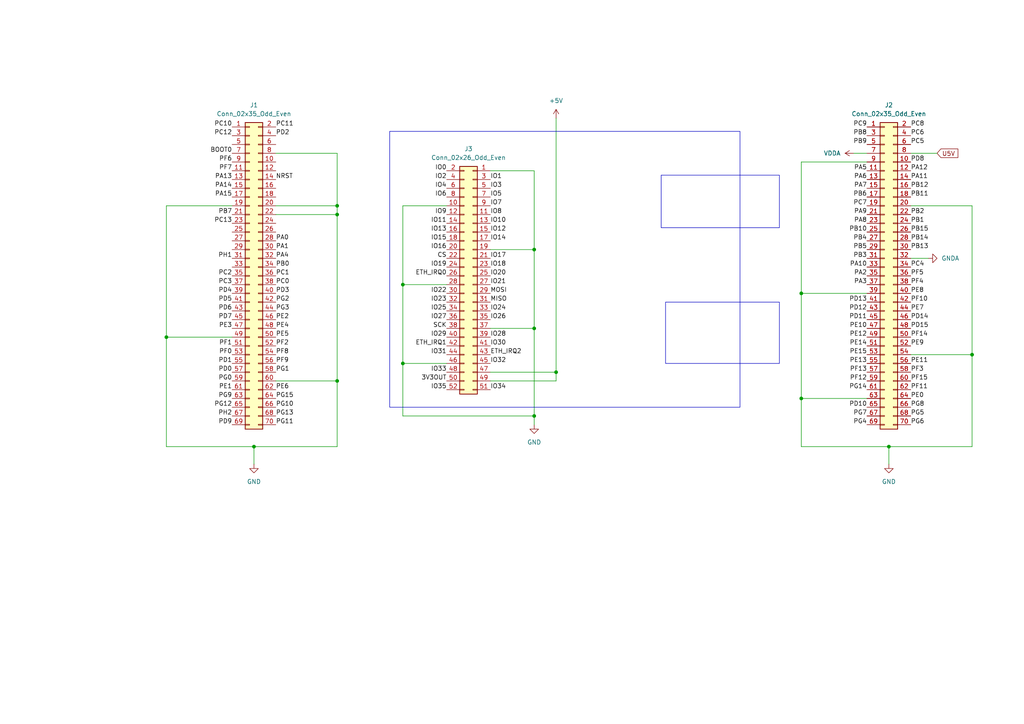
<source format=kicad_sch>
(kicad_sch (version 20230121) (generator eeschema)
  (paper "A4")
  (lib_symbols
    (symbol "Connector_Generic:Conn_02x26_Odd_Even" (pin_names (offset 1.016) hide)
      (property "Reference" "J" (at 1.27 33.02 0))
      (property "Value" "Conn_02x26_Odd_Even" (at 1.27 -35.56 0))
      (symbol "Conn_02x26_Odd_Even_1_1"
        (rectangle (start -1.27 -32.893) (end 0 -33.147) (stroke (width 0.1524)))
        (rectangle (start -1.27 -30.353) (end 0 -30.607) (stroke (width 0.1524)))
        (rectangle (start -1.27 -27.813) (end 0 -28.067) (stroke (width 0.1524)))
        (rectangle (start -1.27 -25.273) (end 0 -25.527) (stroke (width 0.1524)))
        (rectangle (start -1.27 -22.733) (end 0 -22.987) (stroke (width 0.1524)))
        (rectangle (start -1.27 -20.193) (end 0 -20.447) (stroke (width 0.1524)))
        (rectangle (start -1.27 -17.653) (end 0 -17.907) (stroke (width 0.1524)))
        (rectangle (start -1.27 -15.113) (end 0 -15.367) (stroke (width 0.1524)))
        (rectangle (start -1.27 -12.573) (end 0 -12.827) (stroke (width 0.1524)))
        (rectangle (start -1.27 -10.033) (end 0 -10.287) (stroke (width 0.1524)))
        (rectangle (start -1.27 -7.493) (end 0 -7.747) (stroke (width 0.1524)))
        (rectangle (start -1.27 -4.953) (end 0 -5.207) (stroke (width 0.1524)))
        (rectangle (start -1.27 -2.413) (end 0 -2.667) (stroke (width 0.1524)))
        (rectangle (start -1.27 0.127) (end 0 -0.127) (stroke (width 0.1524)))
        (rectangle (start -1.27 2.667) (end 0 2.413) (stroke (width 0.1524)))
        (rectangle (start -1.27 5.207) (end 0 4.953) (stroke (width 0.1524)))
        (rectangle (start -1.27 7.747) (end 0 7.493) (stroke (width 0.1524)))
        (rectangle (start -1.27 10.287) (end 0 10.033) (stroke (width 0.1524)))
        (rectangle (start -1.27 12.827) (end 0 12.573) (stroke (width 0.1524)))
        (rectangle (start -1.27 15.367) (end 0 15.113) (stroke (width 0.1524)))
        (rectangle (start -1.27 17.907) (end 0 17.653) (stroke (width 0.1524)))
        (rectangle (start -1.27 20.447) (end 0 20.193) (stroke (width 0.1524)))
        (rectangle (start -1.27 22.987) (end 0 22.733) (stroke (width 0.1524)))
        (rectangle (start -1.27 25.527) (end 0 25.273) (stroke (width 0.1524)))
        (rectangle (start -1.27 28.067) (end 0 27.813) (stroke (width 0.1524)))
        (rectangle (start -1.27 30.607) (end 0 30.353) (stroke (width 0.1524)))
        (rectangle (start -1.27 31.75) (end 3.81 -34.29) (stroke (width 0.254)) (fill (type background)))
        (rectangle (start 3.81 -32.893) (end 2.54 -33.147) (stroke (width 0.1524)))
        (rectangle (start 3.81 -30.353) (end 2.54 -30.607) (stroke (width 0.1524)))
        (rectangle (start 3.81 -27.813) (end 2.54 -28.067) (stroke (width 0.1524)))
        (rectangle (start 3.81 -25.273) (end 2.54 -25.527) (stroke (width 0.1524)))
        (rectangle (start 3.81 -22.733) (end 2.54 -22.987) (stroke (width 0.1524)))
        (rectangle (start 3.81 -20.193) (end 2.54 -20.447) (stroke (width 0.1524)))
        (rectangle (start 3.81 -17.653) (end 2.54 -17.907) (stroke (width 0.1524)))
        (rectangle (start 3.81 -15.113) (end 2.54 -15.367) (stroke (width 0.1524)))
        (rectangle (start 3.81 -12.573) (end 2.54 -12.827) (stroke (width 0.1524)))
        (rectangle (start 3.81 -10.033) (end 2.54 -10.287) (stroke (width 0.1524)))
        (rectangle (start 3.81 -7.493) (end 2.54 -7.747) (stroke (width 0.1524)))
        (rectangle (start 3.81 -4.953) (end 2.54 -5.207) (stroke (width 0.1524)))
        (rectangle (start 3.81 -2.413) (end 2.54 -2.667) (stroke (width 0.1524)))
        (rectangle (start 3.81 0.127) (end 2.54 -0.127) (stroke (width 0.1524)))
        (rectangle (start 3.81 2.667) (end 2.54 2.413) (stroke (width 0.1524)))
        (rectangle (start 3.81 5.207) (end 2.54 4.953) (stroke (width 0.1524)))
        (rectangle (start 3.81 7.747) (end 2.54 7.493) (stroke (width 0.1524)))
        (rectangle (start 3.81 10.287) (end 2.54 10.033) (stroke (width 0.1524)))
        (rectangle (start 3.81 12.827) (end 2.54 12.573) (stroke (width 0.1524)))
        (rectangle (start 3.81 15.367) (end 2.54 15.113) (stroke (width 0.1524)))
        (rectangle (start 3.81 17.907) (end 2.54 17.653) (stroke (width 0.1524)))
        (rectangle (start 3.81 20.447) (end 2.54 20.193) (stroke (width 0.1524)))
        (rectangle (start 3.81 22.987) (end 2.54 22.733) (stroke (width 0.1524)))
        (rectangle (start 3.81 25.527) (end 2.54 25.273) (stroke (width 0.1524)))
        (rectangle (start 3.81 28.067) (end 2.54 27.813) (stroke (width 0.1524)))
        (rectangle (start 3.81 30.607) (end 2.54 30.353) (stroke (width 0.1524)))
        (pin passive line (at -5.08 30.48 0) (length 3.81) (name "Pin_1") (number "1"))
        (pin passive line (at 7.62 20.32 180) (length 3.81) (name "Pin_10") (number "10"))
        (pin passive line (at -5.08 17.78 0) (length 3.81) (name "Pin_11") (number "11"))
        (pin passive line (at 7.62 17.78 180) (length 3.81) (name "Pin_12") (number "12"))
        (pin passive line (at -5.08 15.24 0) (length 3.81) (name "Pin_13") (number "13"))
        (pin passive line (at 7.62 15.24 180) (length 3.81) (name "Pin_14") (number "14"))
        (pin passive line (at -5.08 12.7 0) (length 3.81) (name "Pin_15") (number "15"))
        (pin passive line (at 7.62 12.7 180) (length 3.81) (name "Pin_16") (number "16"))
        (pin passive line (at -5.08 10.16 0) (length 3.81) (name "Pin_17") (number "17"))
        (pin passive line (at 7.62 10.16 180) (length 3.81) (name "Pin_18") (number "18"))
        (pin passive line (at -5.08 7.62 0) (length 3.81) (name "Pin_19") (number "19"))
        (pin passive line (at 7.62 30.48 180) (length 3.81) (name "Pin_2") (number "2"))
        (pin passive line (at 7.62 7.62 180) (length 3.81) (name "Pin_20") (number "20"))
        (pin passive line (at -5.08 5.08 0) (length 3.81) (name "Pin_21") (number "21"))
        (pin passive line (at 7.62 5.08 180) (length 3.81) (name "Pin_22") (number "22"))
        (pin passive line (at -5.08 2.54 0) (length 3.81) (name "Pin_23") (number "23"))
        (pin passive line (at 7.62 2.54 180) (length 3.81) (name "Pin_24") (number "24"))
        (pin passive line (at -5.08 0 0) (length 3.81) (name "Pin_25") (number "25"))
        (pin passive line (at 7.62 0 180) (length 3.81) (name "Pin_26") (number "26"))
        (pin passive line (at -5.08 -2.54 0) (length 3.81) (name "Pin_27") (number "27"))
        (pin passive line (at 7.62 -2.54 180) (length 3.81) (name "Pin_28") (number "28"))
        (pin passive line (at -5.08 -5.08 0) (length 3.81) (name "Pin_29") (number "29"))
        (pin passive line (at -5.08 27.94 0) (length 3.81) (name "Pin_3") (number "3"))
        (pin passive line (at 7.62 -5.08 180) (length 3.81) (name "Pin_30") (number "30"))
        (pin passive line (at -5.08 -7.62 0) (length 3.81) (name "Pin_31") (number "31"))
        (pin passive line (at 7.62 -7.62 180) (length 3.81) (name "Pin_32") (number "32"))
        (pin passive line (at -5.08 -10.16 0) (length 3.81) (name "Pin_33") (number "33"))
        (pin passive line (at 7.62 -10.16 180) (length 3.81) (name "Pin_34") (number "34"))
        (pin passive line (at -5.08 -12.7 0) (length 3.81) (name "Pin_35") (number "35"))
        (pin passive line (at 7.62 -12.7 180) (length 3.81) (name "Pin_36") (number "36"))
        (pin passive line (at -5.08 -15.24 0) (length 3.81) (name "Pin_37") (number "37"))
        (pin passive line (at 7.62 -15.24 180) (length 3.81) (name "Pin_38") (number "38"))
        (pin passive line (at -5.08 -17.78 0) (length 3.81) (name "Pin_39") (number "39"))
        (pin passive line (at 7.62 27.94 180) (length 3.81) (name "Pin_4") (number "4"))
        (pin passive line (at 7.62 -17.78 180) (length 3.81) (name "Pin_40") (number "40"))
        (pin passive line (at -5.08 -20.32 0) (length 3.81) (name "Pin_41") (number "41"))
        (pin passive line (at 7.62 -20.32 180) (length 3.81) (name "Pin_42") (number "42"))
        (pin passive line (at -5.08 -22.86 0) (length 3.81) (name "Pin_43") (number "43"))
        (pin passive line (at 7.62 -22.86 180) (length 3.81) (name "Pin_44") (number "44"))
        (pin passive line (at -5.08 -25.4 0) (length 3.81) (name "Pin_45") (number "45"))
        (pin passive line (at 7.62 -25.4 180) (length 3.81) (name "Pin_46") (number "46"))
        (pin passive line (at -5.08 -27.94 0) (length 3.81) (name "Pin_47") (number "47"))
        (pin passive line (at 7.62 -27.94 180) (length 3.81) (name "Pin_48") (number "48"))
        (pin passive line (at -5.08 -30.48 0) (length 3.81) (name "Pin_49") (number "49"))
        (pin passive line (at -5.08 25.4 0) (length 3.81) (name "Pin_5") (number "5"))
        (pin passive line (at 7.62 -30.48 180) (length 3.81) (name "Pin_50") (number "50"))
        (pin passive line (at -5.08 -33.02 0) (length 3.81) (name "Pin_51") (number "51"))
        (pin passive line (at 7.62 -33.02 180) (length 3.81) (name "Pin_52") (number "52"))
        (pin passive line (at 7.62 25.4 180) (length 3.81) (name "Pin_6") (number "6"))
        (pin passive line (at -5.08 22.86 0) (length 3.81) (name "Pin_7") (number "7"))
        (pin passive line (at 7.62 22.86 180) (length 3.81) (name "Pin_8") (number "8"))
        (pin passive line (at -5.08 20.32 0) (length 3.81) (name "Pin_9") (number "9"))
      )
    )
    (symbol "Connector_Generic:Conn_02x35_Odd_Even" (pin_names (offset 1.016) hide)
      (property "Reference" "J" (at 1.27 45.72 0))
      (property "Value" "Conn_02x35_Odd_Even" (at 1.27 -45.72 0))
      (symbol "Conn_02x35_Odd_Even_1_1"
        (rectangle (start -1.27 -43.053) (end 0 -43.307) (stroke (width 0.1524)))
        (rectangle (start -1.27 -40.513) (end 0 -40.767) (stroke (width 0.1524)))
        (rectangle (start -1.27 -37.973) (end 0 -38.227) (stroke (width 0.1524)))
        (rectangle (start -1.27 -35.433) (end 0 -35.687) (stroke (width 0.1524)))
        (rectangle (start -1.27 -32.893) (end 0 -33.147) (stroke (width 0.1524)))
        (rectangle (start -1.27 -30.353) (end 0 -30.607) (stroke (width 0.1524)))
        (rectangle (start -1.27 -27.813) (end 0 -28.067) (stroke (width 0.1524)))
        (rectangle (start -1.27 -25.273) (end 0 -25.527) (stroke (width 0.1524)))
        (rectangle (start -1.27 -22.733) (end 0 -22.987) (stroke (width 0.1524)))
        (rectangle (start -1.27 -20.193) (end 0 -20.447) (stroke (width 0.1524)))
        (rectangle (start -1.27 -17.653) (end 0 -17.907) (stroke (width 0.1524)))
        (rectangle (start -1.27 -15.113) (end 0 -15.367) (stroke (width 0.1524)))
        (rectangle (start -1.27 -12.573) (end 0 -12.827) (stroke (width 0.1524)))
        (rectangle (start -1.27 -10.033) (end 0 -10.287) (stroke (width 0.1524)))
        (rectangle (start -1.27 -7.493) (end 0 -7.747) (stroke (width 0.1524)))
        (rectangle (start -1.27 -4.953) (end 0 -5.207) (stroke (width 0.1524)))
        (rectangle (start -1.27 -2.413) (end 0 -2.667) (stroke (width 0.1524)))
        (rectangle (start -1.27 0.127) (end 0 -0.127) (stroke (width 0.1524)))
        (rectangle (start -1.27 2.667) (end 0 2.413) (stroke (width 0.1524)))
        (rectangle (start -1.27 5.207) (end 0 4.953) (stroke (width 0.1524)))
        (rectangle (start -1.27 7.747) (end 0 7.493) (stroke (width 0.1524)))
        (rectangle (start -1.27 10.287) (end 0 10.033) (stroke (width 0.1524)))
        (rectangle (start -1.27 12.827) (end 0 12.573) (stroke (width 0.1524)))
        (rectangle (start -1.27 15.367) (end 0 15.113) (stroke (width 0.1524)))
        (rectangle (start -1.27 17.907) (end 0 17.653) (stroke (width 0.1524)))
        (rectangle (start -1.27 20.447) (end 0 20.193) (stroke (width 0.1524)))
        (rectangle (start -1.27 22.987) (end 0 22.733) (stroke (width 0.1524)))
        (rectangle (start -1.27 25.527) (end 0 25.273) (stroke (width 0.1524)))
        (rectangle (start -1.27 28.067) (end 0 27.813) (stroke (width 0.1524)))
        (rectangle (start -1.27 30.607) (end 0 30.353) (stroke (width 0.1524)))
        (rectangle (start -1.27 33.147) (end 0 32.893) (stroke (width 0.1524)))
        (rectangle (start -1.27 35.687) (end 0 35.433) (stroke (width 0.1524)))
        (rectangle (start -1.27 38.227) (end 0 37.973) (stroke (width 0.1524)))
        (rectangle (start -1.27 40.767) (end 0 40.513) (stroke (width 0.1524)))
        (rectangle (start -1.27 43.307) (end 0 43.053) (stroke (width 0.1524)))
        (rectangle (start -1.27 44.45) (end 3.81 -44.45) (stroke (width 0.254)) (fill (type background)))
        (rectangle (start 3.81 -43.053) (end 2.54 -43.307) (stroke (width 0.1524)))
        (rectangle (start 3.81 -40.513) (end 2.54 -40.767) (stroke (width 0.1524)))
        (rectangle (start 3.81 -37.973) (end 2.54 -38.227) (stroke (width 0.1524)))
        (rectangle (start 3.81 -35.433) (end 2.54 -35.687) (stroke (width 0.1524)))
        (rectangle (start 3.81 -32.893) (end 2.54 -33.147) (stroke (width 0.1524)))
        (rectangle (start 3.81 -30.353) (end 2.54 -30.607) (stroke (width 0.1524)))
        (rectangle (start 3.81 -27.813) (end 2.54 -28.067) (stroke (width 0.1524)))
        (rectangle (start 3.81 -25.273) (end 2.54 -25.527) (stroke (width 0.1524)))
        (rectangle (start 3.81 -22.733) (end 2.54 -22.987) (stroke (width 0.1524)))
        (rectangle (start 3.81 -20.193) (end 2.54 -20.447) (stroke (width 0.1524)))
        (rectangle (start 3.81 -17.653) (end 2.54 -17.907) (stroke (width 0.1524)))
        (rectangle (start 3.81 -15.113) (end 2.54 -15.367) (stroke (width 0.1524)))
        (rectangle (start 3.81 -12.573) (end 2.54 -12.827) (stroke (width 0.1524)))
        (rectangle (start 3.81 -10.033) (end 2.54 -10.287) (stroke (width 0.1524)))
        (rectangle (start 3.81 -7.493) (end 2.54 -7.747) (stroke (width 0.1524)))
        (rectangle (start 3.81 -4.953) (end 2.54 -5.207) (stroke (width 0.1524)))
        (rectangle (start 3.81 -2.413) (end 2.54 -2.667) (stroke (width 0.1524)))
        (rectangle (start 3.81 0.127) (end 2.54 -0.127) (stroke (width 0.1524)))
        (rectangle (start 3.81 2.667) (end 2.54 2.413) (stroke (width 0.1524)))
        (rectangle (start 3.81 5.207) (end 2.54 4.953) (stroke (width 0.1524)))
        (rectangle (start 3.81 7.747) (end 2.54 7.493) (stroke (width 0.1524)))
        (rectangle (start 3.81 10.287) (end 2.54 10.033) (stroke (width 0.1524)))
        (rectangle (start 3.81 12.827) (end 2.54 12.573) (stroke (width 0.1524)))
        (rectangle (start 3.81 15.367) (end 2.54 15.113) (stroke (width 0.1524)))
        (rectangle (start 3.81 17.907) (end 2.54 17.653) (stroke (width 0.1524)))
        (rectangle (start 3.81 20.447) (end 2.54 20.193) (stroke (width 0.1524)))
        (rectangle (start 3.81 22.987) (end 2.54 22.733) (stroke (width 0.1524)))
        (rectangle (start 3.81 25.527) (end 2.54 25.273) (stroke (width 0.1524)))
        (rectangle (start 3.81 28.067) (end 2.54 27.813) (stroke (width 0.1524)))
        (rectangle (start 3.81 30.607) (end 2.54 30.353) (stroke (width 0.1524)))
        (rectangle (start 3.81 33.147) (end 2.54 32.893) (stroke (width 0.1524)))
        (rectangle (start 3.81 35.687) (end 2.54 35.433) (stroke (width 0.1524)))
        (rectangle (start 3.81 38.227) (end 2.54 37.973) (stroke (width 0.1524)))
        (rectangle (start 3.81 40.767) (end 2.54 40.513) (stroke (width 0.1524)))
        (rectangle (start 3.81 43.307) (end 2.54 43.053) (stroke (width 0.1524)))
        (pin passive line (at -5.08 43.18 0) (length 3.81) (name "Pin_1") (number "1"))
        (pin passive line (at 7.62 33.02 180) (length 3.81) (name "Pin_10") (number "10"))
        (pin passive line (at -5.08 30.48 0) (length 3.81) (name "Pin_11") (number "11"))
        (pin passive line (at 7.62 30.48 180) (length 3.81) (name "Pin_12") (number "12"))
        (pin passive line (at -5.08 27.94 0) (length 3.81) (name "Pin_13") (number "13"))
        (pin passive line (at 7.62 27.94 180) (length 3.81) (name "Pin_14") (number "14"))
        (pin passive line (at -5.08 25.4 0) (length 3.81) (name "Pin_15") (number "15"))
        (pin passive line (at 7.62 25.4 180) (length 3.81) (name "Pin_16") (number "16"))
        (pin passive line (at -5.08 22.86 0) (length 3.81) (name "Pin_17") (number "17"))
        (pin passive line (at 7.62 22.86 180) (length 3.81) (name "Pin_18") (number "18"))
        (pin passive line (at -5.08 20.32 0) (length 3.81) (name "Pin_19") (number "19"))
        (pin passive line (at 7.62 43.18 180) (length 3.81) (name "Pin_2") (number "2"))
        (pin passive line (at 7.62 20.32 180) (length 3.81) (name "Pin_20") (number "20"))
        (pin passive line (at -5.08 17.78 0) (length 3.81) (name "Pin_21") (number "21"))
        (pin passive line (at 7.62 17.78 180) (length 3.81) (name "Pin_22") (number "22"))
        (pin passive line (at -5.08 15.24 0) (length 3.81) (name "Pin_23") (number "23"))
        (pin passive line (at 7.62 15.24 180) (length 3.81) (name "Pin_24") (number "24"))
        (pin passive line (at -5.08 12.7 0) (length 3.81) (name "Pin_25") (number "25"))
        (pin passive line (at 7.62 12.7 180) (length 3.81) (name "Pin_26") (number "26"))
        (pin passive line (at -5.08 10.16 0) (length 3.81) (name "Pin_27") (number "27"))
        (pin passive line (at 7.62 10.16 180) (length 3.81) (name "Pin_28") (number "28"))
        (pin passive line (at -5.08 7.62 0) (length 3.81) (name "Pin_29") (number "29"))
        (pin passive line (at -5.08 40.64 0) (length 3.81) (name "Pin_3") (number "3"))
        (pin passive line (at 7.62 7.62 180) (length 3.81) (name "Pin_30") (number "30"))
        (pin passive line (at -5.08 5.08 0) (length 3.81) (name "Pin_31") (number "31"))
        (pin passive line (at 7.62 5.08 180) (length 3.81) (name "Pin_32") (number "32"))
        (pin passive line (at -5.08 2.54 0) (length 3.81) (name "Pin_33") (number "33"))
        (pin passive line (at 7.62 2.54 180) (length 3.81) (name "Pin_34") (number "34"))
        (pin passive line (at -5.08 0 0) (length 3.81) (name "Pin_35") (number "35"))
        (pin passive line (at 7.62 0 180) (length 3.81) (name "Pin_36") (number "36"))
        (pin passive line (at -5.08 -2.54 0) (length 3.81) (name "Pin_37") (number "37"))
        (pin passive line (at 7.62 -2.54 180) (length 3.81) (name "Pin_38") (number "38"))
        (pin passive line (at -5.08 -5.08 0) (length 3.81) (name "Pin_39") (number "39"))
        (pin passive line (at 7.62 40.64 180) (length 3.81) (name "Pin_4") (number "4"))
        (pin passive line (at 7.62 -5.08 180) (length 3.81) (name "Pin_40") (number "40"))
        (pin passive line (at -5.08 -7.62 0) (length 3.81) (name "Pin_41") (number "41"))
        (pin passive line (at 7.62 -7.62 180) (length 3.81) (name "Pin_42") (number "42"))
        (pin passive line (at -5.08 -10.16 0) (length 3.81) (name "Pin_43") (number "43"))
        (pin passive line (at 7.62 -10.16 180) (length 3.81) (name "Pin_44") (number "44"))
        (pin passive line (at -5.08 -12.7 0) (length 3.81) (name "Pin_45") (number "45"))
        (pin passive line (at 7.62 -12.7 180) (length 3.81) (name "Pin_46") (number "46"))
        (pin passive line (at -5.08 -15.24 0) (length 3.81) (name "Pin_47") (number "47"))
        (pin passive line (at 7.62 -15.24 180) (length 3.81) (name "Pin_48") (number "48"))
        (pin passive line (at -5.08 -17.78 0) (length 3.81) (name "Pin_49") (number "49"))
        (pin passive line (at -5.08 38.1 0) (length 3.81) (name "Pin_5") (number "5"))
        (pin passive line (at 7.62 -17.78 180) (length 3.81) (name "Pin_50") (number "50"))
        (pin passive line (at -5.08 -20.32 0) (length 3.81) (name "Pin_51") (number "51"))
        (pin passive line (at 7.62 -20.32 180) (length 3.81) (name "Pin_52") (number "52"))
        (pin passive line (at -5.08 -22.86 0) (length 3.81) (name "Pin_53") (number "53"))
        (pin passive line (at 7.62 -22.86 180) (length 3.81) (name "Pin_54") (number "54"))
        (pin passive line (at -5.08 -25.4 0) (length 3.81) (name "Pin_55") (number "55"))
        (pin passive line (at 7.62 -25.4 180) (length 3.81) (name "Pin_56") (number "56"))
        (pin passive line (at -5.08 -27.94 0) (length 3.81) (name "Pin_57") (number "57"))
        (pin passive line (at 7.62 -27.94 180) (length 3.81) (name "Pin_58") (number "58"))
        (pin passive line (at -5.08 -30.48 0) (length 3.81) (name "Pin_59") (number "59"))
        (pin passive line (at 7.62 38.1 180) (length 3.81) (name "Pin_6") (number "6"))
        (pin passive line (at 7.62 -30.48 180) (length 3.81) (name "Pin_60") (number "60"))
        (pin passive line (at -5.08 -33.02 0) (length 3.81) (name "Pin_61") (number "61"))
        (pin passive line (at 7.62 -33.02 180) (length 3.81) (name "Pin_62") (number "62"))
        (pin passive line (at -5.08 -35.56 0) (length 3.81) (name "Pin_63") (number "63"))
        (pin passive line (at 7.62 -35.56 180) (length 3.81) (name "Pin_64") (number "64"))
        (pin passive line (at -5.08 -38.1 0) (length 3.81) (name "Pin_65") (number "65"))
        (pin passive line (at 7.62 -38.1 180) (length 3.81) (name "Pin_66") (number "66"))
        (pin passive line (at -5.08 -40.64 0) (length 3.81) (name "Pin_67") (number "67"))
        (pin passive line (at 7.62 -40.64 180) (length 3.81) (name "Pin_68") (number "68"))
        (pin passive line (at -5.08 -43.18 0) (length 3.81) (name "Pin_69") (number "69"))
        (pin passive line (at -5.08 35.56 0) (length 3.81) (name "Pin_7") (number "7"))
        (pin passive line (at 7.62 -43.18 180) (length 3.81) (name "Pin_70") (number "70"))
        (pin passive line (at 7.62 35.56 180) (length 3.81) (name "Pin_8") (number "8"))
        (pin passive line (at -5.08 33.02 0) (length 3.81) (name "Pin_9") (number "9"))
      )
    )
    (symbol "power:+5V" (power) (pin_names (offset 0))
      (property "Value" "+5V" (at 0 3.556 0))
      (symbol "+5V_0_1"
        (polyline (pts (xy -0.762 1.27) (xy 0 2.54)))
        (polyline (pts (xy 0 0) (xy 0 2.54)))
        (polyline (pts (xy 0 2.54) (xy 0.762 1.27)))
      )
      (symbol "+5V_1_1"
        (pin power_in line (at 0 0 90) (length 0) hide (name "+5V") (number "1"))
      )
    )
    (symbol "power:GND" (power) (pin_names (offset 0))
      (property "Value" "GND" (at 0 -3.81 0))
      (symbol "GND_0_1"
        (polyline (pts (xy 0 0) (xy 0 -1.27) (xy 1.27 -1.27) (xy 0 -2.54) (xy -1.27 -1.27) (xy 0 -1.27)))
      )
      (symbol "GND_1_1"
        (pin power_in line (at 0 0 270) (length 0) hide (name "GND") (number "1"))
      )
    )
    (symbol "power:GNDA" (power) (pin_names (offset 0))
      (property "Value" "GNDA" (at 0 -3.81 0))
      (symbol "GNDA_0_1"
        (polyline (pts (xy 0 0) (xy 0 -1.27) (xy 1.27 -1.27) (xy 0 -2.54) (xy -1.27 -1.27) (xy 0 -1.27)))
      )
      (symbol "GNDA_1_1"
        (pin power_in line (at 0 0 270) (length 0) hide (name "GNDA") (number "1"))
      )
    )
    (symbol "power:VDDA" (power) (pin_names (offset 0))
      (property "Value" "VDDA" (at 0 3.81 0))
      (symbol "VDDA_0_1"
        (polyline (pts (xy -0.762 1.27) (xy 0 2.54)))
        (polyline (pts (xy 0 0) (xy 0 2.54)))
        (polyline (pts (xy 0 2.54) (xy 0.762 1.27)))
      )
      (symbol "VDDA_1_1"
        (pin power_in line (at 0 0 90) (length 0) hide (name "VDDA") (number "1"))
      )
    )
  )
  (junction (at 97.79 59.69))
  (junction (at 257.81 129.54))
  (junction (at 116.84 105.41))
  (junction (at 154.94 120.65))
  (junction (at 161.29 107.95))
  (junction (at 48.26 97.79))
  (junction (at 281.94 102.87))
  (junction (at 97.79 110.49))
  (junction (at 232.41 85.09))
  (junction (at 116.84 82.55))
  (junction (at 232.41 115.57))
  (junction (at 97.79 62.23))
  (junction (at 154.94 95.25))
  (junction (at 154.94 72.39))
  (junction (at 73.66 129.54))
  (wire (pts (xy 80.01 59.69) (xy 97.79 59.69)))
  (wire (pts (xy 251.46 46.99) (xy 232.41 46.99)))
  (wire (pts (xy 154.94 95.25) (xy 154.94 120.65)))
  (wire (pts (xy 97.79 59.69) (xy 97.79 62.23)))
  (wire (pts (xy 129.54 59.69) (xy 116.84 59.69)))
  (wire (pts (xy 73.66 129.54) (xy 73.66 134.62)))
  (wire (pts (xy 154.94 72.39) (xy 154.94 95.25)))
  (wire (pts (xy 264.16 102.87) (xy 281.94 102.87)))
  (wire (pts (xy 161.29 110.49) (xy 161.29 107.95)))
  (wire (pts (xy 116.84 105.41) (xy 129.54 105.41)))
  (wire (pts (xy 48.26 59.69) (xy 48.26 97.79)))
  (wire (pts (xy 97.79 110.49) (xy 97.79 129.54)))
  (wire (pts (xy 97.79 129.54) (xy 73.66 129.54)))
  (wire (pts (xy 232.41 85.09) (xy 232.41 115.57)))
  (wire (pts (xy 281.94 129.54) (xy 257.81 129.54)))
  (wire (pts (xy 73.66 129.54) (xy 48.26 129.54)))
  (wire (pts (xy 142.24 72.39) (xy 154.94 72.39)))
  (wire (pts (xy 161.29 107.95) (xy 142.24 107.95)))
  (wire (pts (xy 67.31 97.79) (xy 48.26 97.79)))
  (wire (pts (xy 251.46 85.09) (xy 232.41 85.09)))
  (wire (pts (xy 116.84 59.69) (xy 116.84 82.55)))
  (wire (pts (xy 257.81 129.54) (xy 257.81 134.62)))
  (wire (pts (xy 97.79 44.45) (xy 97.79 59.69)))
  (wire (pts (xy 154.94 49.53) (xy 154.94 72.39)))
  (wire (pts (xy 116.84 82.55) (xy 116.84 105.41)))
  (wire (pts (xy 281.94 59.69) (xy 264.16 59.69)))
  (wire (pts (xy 67.31 59.69) (xy 48.26 59.69)))
  (wire (pts (xy 247.65 44.45) (xy 251.46 44.45)))
  (wire (pts (xy 116.84 120.65) (xy 154.94 120.65)))
  (wire (pts (xy 142.24 110.49) (xy 161.29 110.49)))
  (wire (pts (xy 161.29 34.29) (xy 161.29 107.95)))
  (wire (pts (xy 257.81 129.54) (xy 232.41 129.54)))
  (wire (pts (xy 281.94 102.87) (xy 281.94 129.54)))
  (wire (pts (xy 281.94 102.87) (xy 281.94 59.69)))
  (wire (pts (xy 232.41 129.54) (xy 232.41 115.57)))
  (wire (pts (xy 264.16 44.45) (xy 271.78 44.45)))
  (wire (pts (xy 80.01 44.45) (xy 97.79 44.45)))
  (wire (pts (xy 116.84 120.65) (xy 116.84 105.41)))
  (wire (pts (xy 264.16 74.93) (xy 269.24 74.93)))
  (wire (pts (xy 232.41 46.99) (xy 232.41 85.09)))
  (wire (pts (xy 97.79 62.23) (xy 97.79 110.49)))
  (wire (pts (xy 142.24 49.53) (xy 154.94 49.53)))
  (wire (pts (xy 80.01 62.23) (xy 97.79 62.23)))
  (wire (pts (xy 80.01 110.49) (xy 97.79 110.49)))
  (wire (pts (xy 232.41 115.57) (xy 251.46 115.57)))
  (wire (pts (xy 48.26 97.79) (xy 48.26 129.54)))
  (wire (pts (xy 129.54 82.55) (xy 116.84 82.55)))
  (wire (pts (xy 142.24 95.25) (xy 154.94 95.25)))
  (wire (pts (xy 154.94 120.65) (xy 154.94 123.19)))
  (rectangle (start 113.03 38.1) (end 214.63 118.11))
  (rectangle (start 193.04 87.63) (end 226.06 105.41))
  (rectangle (start 191.77 50.8) (end 226.06 66.04))
  (label "IO19" (at 129.54 77.47 180))
  (label "PE8" (at 264.16 85.09 0))
  (label "PB2" (at 264.16 62.23 0))
  (label "PE6" (at 80.01 113.03 0))
  (label "IO34" (at 142.24 113.03 0))
  (label "IO9" (at 129.54 62.23 180))
  (label "PA11" (at 264.16 52.07 0))
  (label "PE3" (at 67.31 95.25 180))
  (label "PC5" (at 264.16 41.91 0))
  (label "IO3" (at 142.24 54.61 0))
  (label "PA1" (at 80.01 72.39 0))
  (label "IO32" (at 142.24 105.41 0))
  (label "IO16" (at 129.54 72.39 180))
  (label "PD11" (at 251.46 92.71 180))
  (label "PG3" (at 80.01 90.17 0))
  (label "PA13" (at 67.31 52.07 180))
  (label "PC9" (at 251.46 36.83 180))
  (label "SCK" (at 129.54 95.25 180))
  (label "PB13" (at 264.16 72.39 0))
  (label "PC1" (at 80.01 80.01 0))
  (label "PD7" (at 67.31 92.71 180))
  (label "IO17" (at 142.24 74.93 0))
  (label "PG0" (at 67.31 110.49 180))
  (label "PF8" (at 80.01 102.87 0))
  (label "IO29" (at 129.54 97.79 180))
  (label "PC13" (at 67.31 64.77 180))
  (label "PF12" (at 251.46 110.49 180))
  (label "PG14" (at 251.46 113.03 180))
  (label "PF2" (at 80.01 100.33 0))
  (label "PA15" (at 67.31 57.15 180))
  (label "CS" (at 129.54 74.93 180))
  (label "IO7" (at 142.24 59.69 0))
  (label "PD8" (at 264.16 46.99 0))
  (label "PG11" (at 80.01 123.19 0))
  (label "PB9" (at 251.46 41.91 180))
  (label "PE12" (at 251.46 97.79 180))
  (label "PF0" (at 67.31 102.87 180))
  (label "PG10" (at 80.01 118.11 0))
  (label "PE9" (at 264.16 100.33 0))
  (label "PC0" (at 80.01 82.55 0))
  (label "IO24" (at 142.24 90.17 0))
  (label "IO13" (at 129.54 67.31 180))
  (label "IO5" (at 142.24 57.15 0))
  (label "PB6" (at 251.46 57.15 180))
  (label "PB8" (at 251.46 39.37 180))
  (label "PG6" (at 264.16 123.19 0))
  (label "PA9" (at 251.46 62.23 180))
  (label "PF4" (at 264.16 82.55 0))
  (label "PE7" (at 264.16 90.17 0))
  (label "PG4" (at 251.46 123.19 180))
  (label "PF15" (at 264.16 110.49 0))
  (label "PG5" (at 264.16 120.65 0))
  (label "IO33" (at 129.54 107.95 180))
  (label "IO20" (at 142.24 80.01 0))
  (label "PF1" (at 67.31 100.33 180))
  (label "PA10" (at 251.46 77.47 180))
  (label "PD1" (at 67.31 105.41 180))
  (label "IO12" (at 142.24 67.31 0))
  (label "PF7" (at 67.31 49.53 180))
  (label "PG9" (at 67.31 115.57 180))
  (label "IO15" (at 129.54 69.85 180))
  (label "PE1" (at 67.31 113.03 180))
  (label "PA4" (at 80.01 74.93 0))
  (label "PA2" (at 251.46 80.01 180))
  (label "PC10" (at 67.31 36.83 180))
  (label "PB3" (at 251.46 74.93 180))
  (label "PB11" (at 264.16 57.15 0))
  (label "PB7" (at 67.31 62.23 180))
  (label "IO25" (at 129.54 90.17 180))
  (label "IO23" (at 129.54 87.63 180))
  (label "PA3" (at 251.46 82.55 180))
  (label "PB0" (at 80.01 77.47 0))
  (label "ETH_IRQ1" (at 129.54 100.33 180))
  (label "BOOT0" (at 67.31 44.45 180))
  (label "PD12" (at 251.46 90.17 180))
  (label "PC4" (at 264.16 77.47 0))
  (label "PF6" (at 67.31 46.99 180))
  (label "IO1" (at 142.24 52.07 0))
  (label "MOSI" (at 142.24 85.09 0))
  (label "IO8" (at 142.24 62.23 0))
  (label "IO14" (at 142.24 69.85 0))
  (label "PG7" (at 251.46 120.65 180))
  (label "PE15" (at 251.46 102.87 180))
  (label "PF5" (at 264.16 80.01 0))
  (label "PA5" (at 251.46 49.53 180))
  (label "PB1" (at 264.16 64.77 0))
  (label "IO26" (at 142.24 92.71 0))
  (label "PC7" (at 251.46 59.69 180))
  (label "PD4" (at 67.31 85.09 180))
  (label "PD5" (at 67.31 87.63 180))
  (label "PH2" (at 67.31 120.65 180))
  (label "IO22" (at 129.54 85.09 180))
  (label "IO10" (at 142.24 64.77 0))
  (label "PC2" (at 67.31 80.01 180))
  (label "PF14" (at 264.16 97.79 0))
  (label "PF9" (at 80.01 105.41 0))
  (label "IO28" (at 142.24 97.79 0))
  (label "PD14" (at 264.16 92.71 0))
  (label "IO30" (at 142.24 100.33 0))
  (label "PF11" (at 264.16 113.03 0))
  (label "PE5" (at 80.01 97.79 0))
  (label "NRST" (at 80.01 52.07 0))
  (label "ETH_IRQ0" (at 129.54 80.01 180))
  (label "PD9" (at 67.31 123.19 180))
  (label "PC12" (at 67.31 39.37 180))
  (label "PB12" (at 264.16 54.61 0))
  (label "PD10" (at 251.46 118.11 180))
  (label "PA0" (at 80.01 69.85 0))
  (label "ETH_IRQ2" (at 142.24 102.87 0))
  (label "IO31" (at 129.54 102.87 180))
  (label "PE10" (at 251.46 95.25 180))
  (label "PD3" (at 80.01 85.09 0))
  (label "PC6" (at 264.16 39.37 0))
  (label "PB15" (at 264.16 67.31 0))
  (label "PA8" (at 251.46 64.77 180))
  (label "MISO" (at 142.24 87.63 0))
  (label "PB14" (at 264.16 69.85 0))
  (label "PD15" (at 264.16 95.25 0))
  (label "IO4" (at 129.54 54.61 180))
  (label "PF10" (at 264.16 87.63 0))
  (label "IO35" (at 129.54 113.03 180))
  (label "PG15" (at 80.01 115.57 0))
  (label "PG12" (at 67.31 118.11 180))
  (label "PE13" (at 251.46 105.41 180))
  (label "PD2" (at 80.01 39.37 0))
  (label "IO6" (at 129.54 57.15 180))
  (label "PA7" (at 251.46 54.61 180))
  (label "PE14" (at 251.46 100.33 180))
  (label "PE11" (at 264.16 105.41 0))
  (label "PF13" (at 251.46 107.95 180))
  (label "PC3" (at 67.31 82.55 180))
  (label "PB5" (at 251.46 72.39 180))
  (label "IO27" (at 129.54 92.71 180))
  (label "IO11" (at 129.54 64.77 180))
  (label "PE0" (at 264.16 115.57 0))
  (label "PE4" (at 80.01 95.25 0))
  (label "PB10" (at 251.46 67.31 180))
  (label "IO0" (at 129.54 49.53 180))
  (label "PD0" (at 67.31 107.95 180))
  (label "PG13" (at 80.01 120.65 0))
  (label "PA6" (at 251.46 52.07 180))
  (label "PF3" (at 264.16 107.95 0))
  (label "IO18" (at 142.24 77.47 0))
  (label "PE2" (at 80.01 92.71 0))
  (label "PA14" (at 67.31 54.61 180))
  (label "3V3OUT" (at 129.54 110.49 180))
  (label "PG2" (at 80.01 87.63 0))
  (label "PD6" (at 67.31 90.17 180))
  (label "PC8" (at 264.16 36.83 0))
  (label "PG8" (at 264.16 118.11 0))
  (label "PC11" (at 80.01 36.83 0))
  (label "PH1" (at 67.31 74.93 180))
  (label "IO21" (at 142.24 82.55 0))
  (label "PD13" (at 251.46 87.63 180))
  (label "PB4" (at 251.46 69.85 180))
  (label "PG1" (at 80.01 107.95 0))
  (label "PA12" (at 264.16 49.53 0))
  (label "IO2" (at 129.54 52.07 180))
  (global_label "U5V" (shape input) (at 271.78 44.45 0) (property "Intersheetrefs" "${INTERSHEET_REFS}" (effects hide)))
  (symbol (lib_id "power:GND") (at 73.66 134.62 0) (unit 1)
    (property "Reference" "#PWR06" (effects hide))
    (property "Value" "GND" (at 73.66 139.7 0))
  )
  (symbol (lib_id "power:GNDA") (at 269.24 74.93 90) (unit 1)
    (property "Reference" "#PWR04" (effects hide))
    (property "Value" "GNDA" (at 273.05 74.93 90) (effects (justify right)))
  )
  (symbol (lib_id "Connector_Generic:Conn_02x35_Odd_Even") (at 72.39 80.01 0) (unit 1)
    (property "Reference" "J1" (at 73.66 30.48 0))
    (property "Value" "Conn_02x35_Odd_Even" (at 73.66 33.02 0))
  )
  (symbol (lib_id "power:GND") (at 257.81 134.62 0) (unit 1)
    (property "Reference" "#PWR05" (effects hide))
    (property "Value" "GND" (at 257.81 139.7 0))
  )
  (symbol (lib_id "power:VDDA") (at 247.65 44.45 90) (unit 1)
    (property "Reference" "#PWR03" (effects hide))
    (property "Value" "VDDA" (at 243.84 44.45 90) (effects (justify left)))
  )
  (symbol (lib_id "Connector_Generic:Conn_02x35_Odd_Even") (at 256.54 80.01 0) (unit 1)
    (property "Reference" "J2" (at 257.81 30.48 0))
    (property "Value" "Conn_02x35_Odd_Even" (at 257.81 33.02 0))
  )
  (symbol (lib_id "Connector_Generic:Conn_02x26_Odd_Even") (at 137.16 80.01 0) (mirror y) (unit 1)
    (property "Reference" "J3" (at 135.89 43.18 0))
    (property "Value" "Conn_02x26_Odd_Even" (at 135.89 45.72 0))
  )
  (symbol (lib_id "power:GND") (at 154.94 123.19 0) (unit 1)
    (property "Reference" "#PWR01" (effects hide))
    (property "Value" "GND" (at 154.94 128.27 0))
  )
  (symbol (lib_id "power:+5V") (at 161.29 34.29 0) (unit 1)
    (property "Reference" "#PWR02" (effects hide))
    (property "Value" "+5V" (at 161.29 29.21 0))
  )
)
</source>
